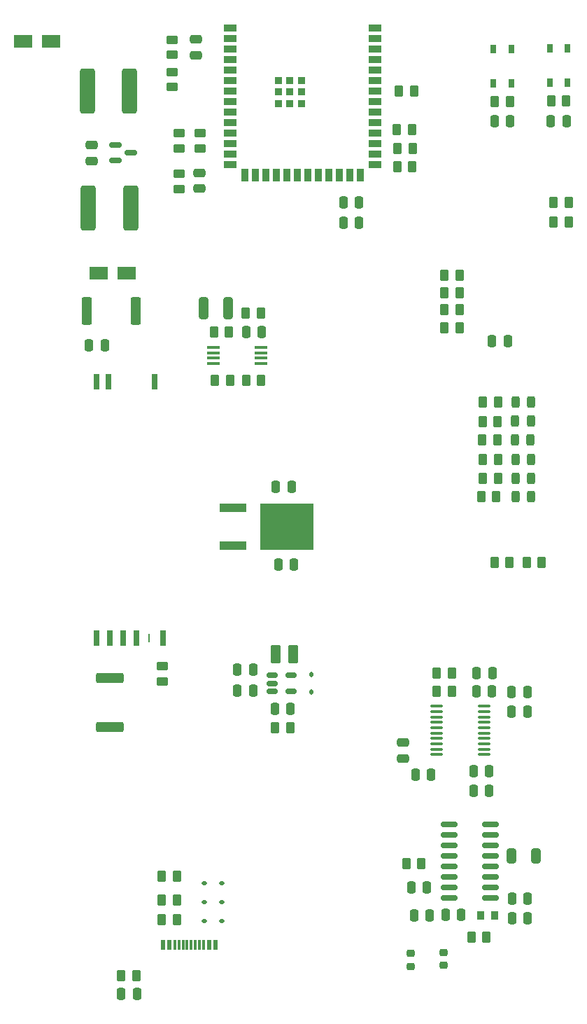
<source format=gbr>
%TF.GenerationSoftware,KiCad,Pcbnew,9.0.0*%
%TF.CreationDate,2025-08-08T14:04:16-04:00*%
%TF.ProjectId,Messages4,4d657373-6167-4657-9334-2e6b69636164,rev?*%
%TF.SameCoordinates,Original*%
%TF.FileFunction,Paste,Top*%
%TF.FilePolarity,Positive*%
%FSLAX46Y46*%
G04 Gerber Fmt 4.6, Leading zero omitted, Abs format (unit mm)*
G04 Created by KiCad (PCBNEW 9.0.0) date 2025-08-08 14:04:16*
%MOMM*%
%LPD*%
G01*
G04 APERTURE LIST*
G04 Aperture macros list*
%AMRoundRect*
0 Rectangle with rounded corners*
0 $1 Rounding radius*
0 $2 $3 $4 $5 $6 $7 $8 $9 X,Y pos of 4 corners*
0 Add a 4 corners polygon primitive as box body*
4,1,4,$2,$3,$4,$5,$6,$7,$8,$9,$2,$3,0*
0 Add four circle primitives for the rounded corners*
1,1,$1+$1,$2,$3*
1,1,$1+$1,$4,$5*
1,1,$1+$1,$6,$7*
1,1,$1+$1,$8,$9*
0 Add four rect primitives between the rounded corners*
20,1,$1+$1,$2,$3,$4,$5,0*
20,1,$1+$1,$4,$5,$6,$7,0*
20,1,$1+$1,$6,$7,$8,$9,0*
20,1,$1+$1,$8,$9,$2,$3,0*%
G04 Aperture macros list end*
%ADD10RoundRect,0.250000X0.262500X0.450000X-0.262500X0.450000X-0.262500X-0.450000X0.262500X-0.450000X0*%
%ADD11RoundRect,0.250000X0.250000X0.475000X-0.250000X0.475000X-0.250000X-0.475000X0.250000X-0.475000X0*%
%ADD12RoundRect,0.250000X-0.262500X-0.450000X0.262500X-0.450000X0.262500X0.450000X-0.262500X0.450000X0*%
%ADD13RoundRect,0.250000X-0.250000X-0.475000X0.250000X-0.475000X0.250000X0.475000X-0.250000X0.475000X0*%
%ADD14R,0.760000X1.910000*%
%ADD15R,0.150000X1.000000*%
%ADD16RoundRect,0.112500X0.187500X0.112500X-0.187500X0.112500X-0.187500X-0.112500X0.187500X-0.112500X0*%
%ADD17RoundRect,0.150000X-0.587500X-0.150000X0.587500X-0.150000X0.587500X0.150000X-0.587500X0.150000X0*%
%ADD18R,3.302000X1.117600*%
%ADD19R,6.400800X5.689600*%
%ADD20R,2.260000X1.510000*%
%ADD21RoundRect,0.243750X0.243750X0.456250X-0.243750X0.456250X-0.243750X-0.456250X0.243750X-0.456250X0*%
%ADD22RoundRect,0.250000X0.450000X-0.262500X0.450000X0.262500X-0.450000X0.262500X-0.450000X-0.262500X0*%
%ADD23RoundRect,0.218750X0.256250X-0.218750X0.256250X0.218750X-0.256250X0.218750X-0.256250X-0.218750X0*%
%ADD24RoundRect,0.250000X-0.650000X-2.450000X0.650000X-2.450000X0.650000X2.450000X-0.650000X2.450000X0*%
%ADD25RoundRect,0.250000X-1.425000X0.362500X-1.425000X-0.362500X1.425000X-0.362500X1.425000X0.362500X0*%
%ADD26R,1.500000X0.449999*%
%ADD27RoundRect,0.250000X-0.450000X0.262500X-0.450000X-0.262500X0.450000X-0.262500X0.450000X0.262500X0*%
%ADD28RoundRect,0.250000X0.375000X0.850000X-0.375000X0.850000X-0.375000X-0.850000X0.375000X-0.850000X0*%
%ADD29R,0.890000X1.130000*%
%ADD30RoundRect,0.250000X-0.325000X-0.650000X0.325000X-0.650000X0.325000X0.650000X-0.325000X0.650000X0*%
%ADD31RoundRect,0.150000X-0.850000X-0.150000X0.850000X-0.150000X0.850000X0.150000X-0.850000X0.150000X0*%
%ADD32RoundRect,0.250000X-0.362500X-1.425000X0.362500X-1.425000X0.362500X1.425000X-0.362500X1.425000X0*%
%ADD33R,0.650000X1.050000*%
%ADD34RoundRect,0.250000X-0.475000X0.250000X-0.475000X-0.250000X0.475000X-0.250000X0.475000X0.250000X0*%
%ADD35RoundRect,0.250000X0.312500X1.075000X-0.312500X1.075000X-0.312500X-1.075000X0.312500X-1.075000X0*%
%ADD36RoundRect,0.150000X-0.512500X-0.150000X0.512500X-0.150000X0.512500X0.150000X-0.512500X0.150000X0*%
%ADD37R,0.600000X1.150000*%
%ADD38R,0.300000X1.200000*%
%ADD39RoundRect,0.250000X0.475000X-0.250000X0.475000X0.250000X-0.475000X0.250000X-0.475000X-0.250000X0*%
%ADD40RoundRect,0.100000X-0.637500X-0.100000X0.637500X-0.100000X0.637500X0.100000X-0.637500X0.100000X0*%
%ADD41R,1.500000X0.900000*%
%ADD42R,0.900000X1.500000*%
%ADD43R,0.900000X0.900000*%
%ADD44RoundRect,0.112500X0.112500X-0.187500X0.112500X0.187500X-0.112500X0.187500X-0.112500X-0.187500X0*%
G04 APERTURE END LIST*
D10*
%TO.C,R44*%
X96087500Y-178575000D03*
X94262500Y-178575000D03*
%TD*%
%TO.C,R43*%
X88187500Y-169675000D03*
X86362500Y-169675000D03*
%TD*%
D11*
%TO.C,C33*%
X89225000Y-175975000D03*
X87325000Y-175975000D03*
%TD*%
D12*
%TO.C,R3*%
X63087508Y-105450000D03*
X64912508Y-105450000D03*
%TD*%
D10*
%TO.C,R30*%
X91900000Y-148825000D03*
X90075000Y-148825000D03*
%TD*%
D13*
%TO.C,C17*%
X78750000Y-92200000D03*
X80650000Y-92200000D03*
%TD*%
D14*
%TO.C,T1*%
X48912500Y-142405000D03*
X50512500Y-142405000D03*
X52112500Y-142405000D03*
X53712500Y-142405000D03*
D15*
X55282500Y-142405000D03*
D14*
X56912500Y-142405000D03*
X55942500Y-111475000D03*
X50342500Y-111475000D03*
X48912500Y-111435000D03*
%TD*%
D10*
%TO.C,R21*%
X87112500Y-85475000D03*
X85287500Y-85475000D03*
%TD*%
%TO.C,R12*%
X105712500Y-77500000D03*
X103887500Y-77500000D03*
%TD*%
D16*
%TO.C,D10*%
X64050000Y-174350000D03*
X61950000Y-174350000D03*
%TD*%
D10*
%TO.C,R39*%
X92837500Y-102750000D03*
X91012500Y-102750000D03*
%TD*%
D17*
%TO.C,Q1*%
X51200000Y-82800000D03*
X51200000Y-84700000D03*
X53075000Y-83750000D03*
%TD*%
D10*
%TO.C,R26*%
X53712500Y-183250000D03*
X51887500Y-183250000D03*
%TD*%
%TO.C,R37*%
X92812500Y-98575000D03*
X90987500Y-98575000D03*
%TD*%
D13*
%TO.C,C3*%
X48000000Y-107000000D03*
X49900000Y-107000000D03*
%TD*%
D18*
%TO.C,U2*%
X65371800Y-126639000D03*
D19*
X71925000Y-128925000D03*
D18*
X65371800Y-131211000D03*
%TD*%
D10*
%TO.C,R31*%
X91900000Y-146625000D03*
X90075000Y-146625000D03*
%TD*%
%TO.C,R13*%
X98912500Y-77600000D03*
X97087500Y-77600000D03*
%TD*%
D20*
%TO.C,D2*%
X40030000Y-70300000D03*
X43370000Y-70300000D03*
%TD*%
D13*
%TO.C,C8*%
X70573100Y-124125000D03*
X72473100Y-124125000D03*
%TD*%
D21*
%TO.C,D5*%
X101437500Y-116200000D03*
X99562500Y-116200000D03*
%TD*%
D10*
%TO.C,R23*%
X87137500Y-83230000D03*
X85312500Y-83230000D03*
%TD*%
D13*
%TO.C,C27*%
X94525000Y-160850000D03*
X96425000Y-160850000D03*
%TD*%
%TO.C,C19*%
X94900000Y-146625000D03*
X96800000Y-146625000D03*
%TD*%
D22*
%TO.C,R9*%
X58900000Y-88112500D03*
X58900000Y-86287500D03*
%TD*%
D13*
%TO.C,C12*%
X65950000Y-146240000D03*
X67850000Y-146240000D03*
%TD*%
%TO.C,C25*%
X94500000Y-158550000D03*
X96400000Y-158550000D03*
%TD*%
%TO.C,C31*%
X99150000Y-173950000D03*
X101050000Y-173950000D03*
%TD*%
D23*
%TO.C,FB2*%
X90925000Y-181987500D03*
X90925000Y-180412500D03*
%TD*%
D24*
%TO.C,C2*%
X47900000Y-90400000D03*
X53000000Y-90400000D03*
%TD*%
D10*
%TO.C,R16*%
X97400000Y-118500000D03*
X95575000Y-118500000D03*
%TD*%
D13*
%TO.C,C11*%
X97050000Y-79900000D03*
X98950000Y-79900000D03*
%TD*%
%TO.C,C24*%
X91125000Y-175900000D03*
X93025000Y-175900000D03*
%TD*%
D24*
%TO.C,C4*%
X47750000Y-76300000D03*
X52850000Y-76300000D03*
%TD*%
D10*
%TO.C,R14*%
X97450000Y-113900000D03*
X95625000Y-113900000D03*
%TD*%
D25*
%TO.C,R6*%
X50500000Y-147237500D03*
X50500000Y-153162500D03*
%TD*%
D26*
%TO.C,U1*%
X63000024Y-107275001D03*
X63000024Y-107924999D03*
X63000024Y-108575001D03*
X63000024Y-109224999D03*
X68799992Y-109224999D03*
X68799992Y-108575001D03*
X68799992Y-107924999D03*
X68799992Y-107275001D03*
%TD*%
D27*
%TO.C,R29*%
X58900000Y-81375000D03*
X58900000Y-83200000D03*
%TD*%
D10*
%TO.C,R27*%
X58612500Y-174050000D03*
X56787500Y-174050000D03*
%TD*%
D28*
%TO.C,L1*%
X72700000Y-144350000D03*
X70550000Y-144350000D03*
%TD*%
D29*
%TO.C,C28*%
X95355000Y-175925000D03*
X97095000Y-175925000D03*
%TD*%
D16*
%TO.C,D12*%
X64050000Y-176650000D03*
X61950000Y-176650000D03*
%TD*%
D10*
%TO.C,R17*%
X97450000Y-120800000D03*
X95625000Y-120800000D03*
%TD*%
D13*
%TO.C,C16*%
X78750000Y-89740000D03*
X80650000Y-89740000D03*
%TD*%
D12*
%TO.C,R11*%
X70487500Y-153250000D03*
X72312500Y-153250000D03*
%TD*%
D10*
%TO.C,R24*%
X87037500Y-80950000D03*
X85212500Y-80950000D03*
%TD*%
%TO.C,R41*%
X106012500Y-92100000D03*
X104187500Y-92100000D03*
%TD*%
D30*
%TO.C,C29*%
X99125000Y-168750000D03*
X102075000Y-168750000D03*
%TD*%
D11*
%TO.C,C23*%
X89387500Y-158900000D03*
X87487500Y-158900000D03*
%TD*%
D31*
%TO.C,U5*%
X91575000Y-164980000D03*
X91575000Y-166250000D03*
X91575000Y-167520000D03*
X91575000Y-168790000D03*
X91575000Y-170060000D03*
X91575000Y-171330000D03*
X91575000Y-172600000D03*
X91575000Y-173870000D03*
X96575000Y-173870000D03*
X96575000Y-172600000D03*
X96575000Y-171330000D03*
X96575000Y-170060000D03*
X96575000Y-168790000D03*
X96575000Y-167520000D03*
X96575000Y-166250000D03*
X96575000Y-164980000D03*
%TD*%
D21*
%TO.C,D6*%
X101425000Y-118500000D03*
X99550000Y-118500000D03*
%TD*%
D10*
%TO.C,R32*%
X58587500Y-171200000D03*
X56762500Y-171200000D03*
%TD*%
%TO.C,R38*%
X92837500Y-100700000D03*
X91012500Y-100700000D03*
%TD*%
D27*
%TO.C,R25*%
X58000000Y-70087500D03*
X58000000Y-71912500D03*
%TD*%
D16*
%TO.C,D11*%
X64050000Y-172050000D03*
X61950000Y-172050000D03*
%TD*%
D11*
%TO.C,C18*%
X88875000Y-172600000D03*
X86975000Y-172600000D03*
%TD*%
D10*
%TO.C,R22*%
X58612500Y-176450000D03*
X56787500Y-176450000D03*
%TD*%
D20*
%TO.C,D1*%
X52495000Y-98300000D03*
X49155000Y-98300000D03*
%TD*%
D10*
%TO.C,R8*%
X87300000Y-76330000D03*
X85475000Y-76330000D03*
%TD*%
D13*
%TO.C,C32*%
X96750000Y-106525000D03*
X98650000Y-106525000D03*
%TD*%
D32*
%TO.C,R4*%
X47700000Y-102900000D03*
X53625000Y-102900000D03*
%TD*%
D33*
%TO.C,S1*%
X105875000Y-71125000D03*
X105875000Y-75275000D03*
X103725000Y-71125000D03*
X103725000Y-75275000D03*
%TD*%
D10*
%TO.C,R42*%
X106037500Y-89750000D03*
X104212500Y-89750000D03*
%TD*%
%TO.C,R15*%
X97425000Y-116300000D03*
X95600000Y-116300000D03*
%TD*%
D13*
%TO.C,C20*%
X94850000Y-148825000D03*
X96750000Y-148825000D03*
%TD*%
D34*
%TO.C,C26*%
X85975000Y-155075000D03*
X85975000Y-156975000D03*
%TD*%
D13*
%TO.C,C1*%
X67000008Y-105440000D03*
X68900008Y-105440000D03*
%TD*%
D35*
%TO.C,R7*%
X64812500Y-102550000D03*
X61887500Y-102550000D03*
%TD*%
D13*
%TO.C,C22*%
X99137500Y-151300000D03*
X101037500Y-151300000D03*
%TD*%
D10*
%TO.C,R18*%
X97450000Y-123100000D03*
X95625000Y-123100000D03*
%TD*%
D13*
%TO.C,C30*%
X99150000Y-176250000D03*
X101050000Y-176250000D03*
%TD*%
D33*
%TO.C,S2*%
X99075000Y-71225000D03*
X99075000Y-75375000D03*
X96925000Y-71225000D03*
X96925000Y-75375000D03*
%TD*%
D36*
%TO.C,U3*%
X70125000Y-146950000D03*
X70125000Y-147900000D03*
X70125000Y-148850000D03*
X72400000Y-148850000D03*
X72400000Y-146950000D03*
%TD*%
D27*
%TO.C,R28*%
X61400000Y-81387500D03*
X61400000Y-83212500D03*
%TD*%
D13*
%TO.C,C13*%
X65950000Y-148750000D03*
X67850000Y-148750000D03*
%TD*%
D21*
%TO.C,D8*%
X101475000Y-123100000D03*
X99600000Y-123100000D03*
%TD*%
D34*
%TO.C,C5*%
X61300000Y-86200000D03*
X61300000Y-88100000D03*
%TD*%
%TO.C,C6*%
X48300000Y-82850000D03*
X48300000Y-84750000D03*
%TD*%
D13*
%TO.C,C9*%
X70873100Y-133525000D03*
X72773100Y-133525000D03*
%TD*%
D37*
%TO.C,J1*%
X56900000Y-179495000D03*
X57700000Y-179495000D03*
D38*
X58850000Y-179470000D03*
X59850000Y-179470000D03*
X60350000Y-179470000D03*
X61350000Y-179470000D03*
D37*
X63300000Y-179495000D03*
X62500000Y-179495000D03*
D38*
X61850000Y-179470000D03*
X60850000Y-179470000D03*
X59350000Y-179470000D03*
X58350000Y-179470000D03*
%TD*%
D12*
%TO.C,R34*%
X100925000Y-133300000D03*
X102750000Y-133300000D03*
%TD*%
D13*
%TO.C,C21*%
X99137500Y-148900000D03*
X101037500Y-148900000D03*
%TD*%
D10*
%TO.C,R2*%
X65037500Y-111300000D03*
X63212500Y-111300000D03*
%TD*%
D27*
%TO.C,R20*%
X58000000Y-73987500D03*
X58000000Y-75812500D03*
%TD*%
D10*
%TO.C,R19*%
X97250000Y-125300000D03*
X95425000Y-125300000D03*
%TD*%
D39*
%TO.C,C14*%
X60900000Y-71950000D03*
X60900000Y-70050000D03*
%TD*%
D21*
%TO.C,D7*%
X101475000Y-120800000D03*
X99600000Y-120800000D03*
%TD*%
D40*
%TO.C,U6*%
X90062500Y-150650000D03*
X90062500Y-151300000D03*
X90062500Y-151950000D03*
X90062500Y-152600000D03*
X90062500Y-153250000D03*
X90062500Y-153900000D03*
X90062500Y-154550000D03*
X90062500Y-155200000D03*
X90062500Y-155850000D03*
X90062500Y-156500000D03*
X95787500Y-156500000D03*
X95787500Y-155850000D03*
X95787500Y-155200000D03*
X95787500Y-154550000D03*
X95787500Y-153900000D03*
X95787500Y-153250000D03*
X95787500Y-152600000D03*
X95787500Y-151950000D03*
X95787500Y-151300000D03*
X95787500Y-150650000D03*
%TD*%
D21*
%TO.C,D9*%
X101475000Y-125300000D03*
X99600000Y-125300000D03*
%TD*%
D10*
%TO.C,R5*%
X68812500Y-111300000D03*
X66987500Y-111300000D03*
%TD*%
%TO.C,R40*%
X92837500Y-104925000D03*
X91012500Y-104925000D03*
%TD*%
D21*
%TO.C,D4*%
X101450000Y-113900000D03*
X99575000Y-113900000D03*
%TD*%
D41*
%TO.C,U4*%
X65050000Y-68680000D03*
X65050000Y-69950000D03*
X65050000Y-71220000D03*
X65050000Y-72490000D03*
X65050000Y-73760000D03*
X65050000Y-75030000D03*
X65050000Y-76300000D03*
X65050000Y-77570000D03*
X65050000Y-78840000D03*
X65050000Y-80110000D03*
X65050000Y-81380000D03*
X65050000Y-82650000D03*
X65050000Y-83920000D03*
X65050000Y-85190000D03*
D42*
X66815000Y-86440000D03*
X68085000Y-86440000D03*
X69355000Y-86440000D03*
X70625000Y-86440000D03*
X71895000Y-86440000D03*
X73165000Y-86440000D03*
X74435000Y-86440000D03*
X75705000Y-86440000D03*
X76975000Y-86440000D03*
X78245000Y-86440000D03*
X79515000Y-86440000D03*
X80785000Y-86440000D03*
D41*
X82550000Y-85190000D03*
X82550000Y-83920000D03*
X82550000Y-82650000D03*
X82550000Y-81380000D03*
X82550000Y-80110000D03*
X82550000Y-78840000D03*
X82550000Y-77570000D03*
X82550000Y-76300000D03*
X82550000Y-75030000D03*
X82550000Y-73760000D03*
X82550000Y-72490000D03*
X82550000Y-71220000D03*
X82550000Y-69950000D03*
X82550000Y-68680000D03*
D43*
X72300000Y-76400000D03*
X72300000Y-75000000D03*
X70900000Y-75000000D03*
X70900000Y-76400000D03*
X70900000Y-77800000D03*
X72300000Y-77800000D03*
X73700000Y-77800000D03*
X73700000Y-76400000D03*
X73700000Y-75000000D03*
%TD*%
D10*
%TO.C,R10*%
X68787500Y-103100000D03*
X66962500Y-103100000D03*
%TD*%
D23*
%TO.C,FB1*%
X86925000Y-182112500D03*
X86925000Y-180537500D03*
%TD*%
D27*
%TO.C,R1*%
X56850000Y-145812500D03*
X56850000Y-147637500D03*
%TD*%
D13*
%TO.C,C10*%
X103850000Y-79900000D03*
X105750000Y-79900000D03*
%TD*%
D11*
%TO.C,C7*%
X72350000Y-150950000D03*
X70450000Y-150950000D03*
%TD*%
D13*
%TO.C,C15*%
X51862500Y-185400000D03*
X53762500Y-185400000D03*
%TD*%
D44*
%TO.C,D3*%
X74900000Y-148900000D03*
X74900000Y-146800000D03*
%TD*%
D10*
%TO.C,R33*%
X98887500Y-133300000D03*
X97062500Y-133300000D03*
%TD*%
M02*

</source>
